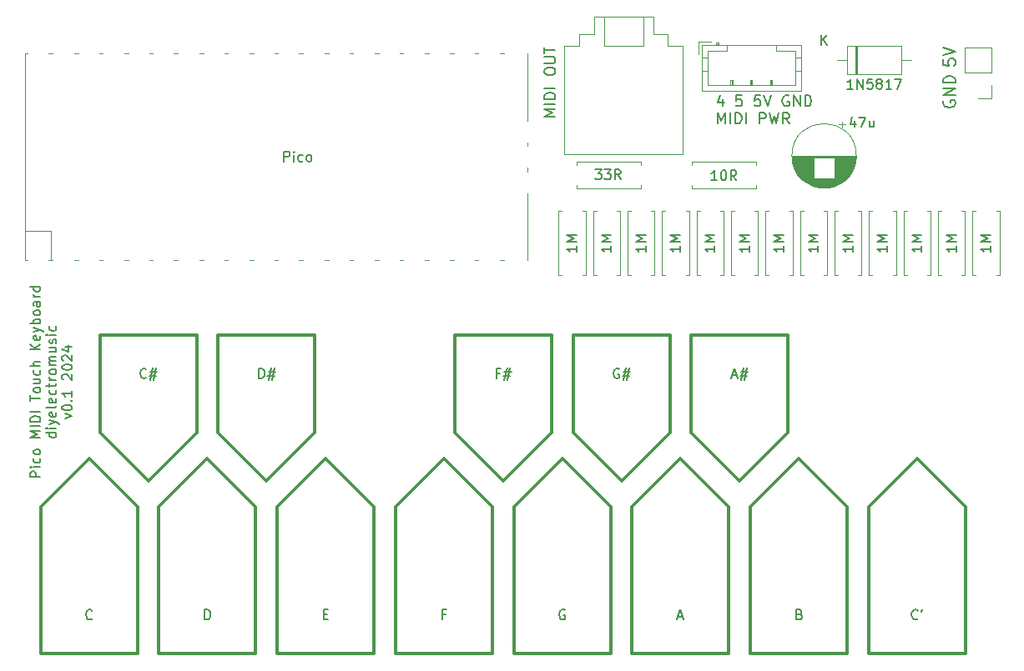
<source format=gbr>
%TF.GenerationSoftware,KiCad,Pcbnew,8.0.3*%
%TF.CreationDate,2024-06-25T21:05:21+01:00*%
%TF.ProjectId,PicoMIDITouchKeyboard,5069636f-4d49-4444-9954-6f7563684b65,rev?*%
%TF.SameCoordinates,Original*%
%TF.FileFunction,Legend,Top*%
%TF.FilePolarity,Positive*%
%FSLAX46Y46*%
G04 Gerber Fmt 4.6, Leading zero omitted, Abs format (unit mm)*
G04 Created by KiCad (PCBNEW 8.0.3) date 2024-06-25 21:05:21*
%MOMM*%
%LPD*%
G01*
G04 APERTURE LIST*
%ADD10C,0.200000*%
%ADD11C,0.150000*%
%ADD12C,0.120000*%
%ADD13C,0.300000*%
G04 APERTURE END LIST*
D10*
X121260911Y-91584709D02*
X121260911Y-92318042D01*
X120999006Y-91165662D02*
X120737101Y-91951376D01*
X120737101Y-91951376D02*
X121418054Y-91951376D01*
X123199006Y-91218042D02*
X122675196Y-91218042D01*
X122675196Y-91218042D02*
X122622815Y-91741852D01*
X122622815Y-91741852D02*
X122675196Y-91689471D01*
X122675196Y-91689471D02*
X122779958Y-91637090D01*
X122779958Y-91637090D02*
X123041863Y-91637090D01*
X123041863Y-91637090D02*
X123146625Y-91689471D01*
X123146625Y-91689471D02*
X123199006Y-91741852D01*
X123199006Y-91741852D02*
X123251387Y-91846614D01*
X123251387Y-91846614D02*
X123251387Y-92108519D01*
X123251387Y-92108519D02*
X123199006Y-92213281D01*
X123199006Y-92213281D02*
X123146625Y-92265662D01*
X123146625Y-92265662D02*
X123041863Y-92318042D01*
X123041863Y-92318042D02*
X122779958Y-92318042D01*
X122779958Y-92318042D02*
X122675196Y-92265662D01*
X122675196Y-92265662D02*
X122622815Y-92213281D01*
X125084720Y-91218042D02*
X124560910Y-91218042D01*
X124560910Y-91218042D02*
X124508529Y-91741852D01*
X124508529Y-91741852D02*
X124560910Y-91689471D01*
X124560910Y-91689471D02*
X124665672Y-91637090D01*
X124665672Y-91637090D02*
X124927577Y-91637090D01*
X124927577Y-91637090D02*
X125032339Y-91689471D01*
X125032339Y-91689471D02*
X125084720Y-91741852D01*
X125084720Y-91741852D02*
X125137101Y-91846614D01*
X125137101Y-91846614D02*
X125137101Y-92108519D01*
X125137101Y-92108519D02*
X125084720Y-92213281D01*
X125084720Y-92213281D02*
X125032339Y-92265662D01*
X125032339Y-92265662D02*
X124927577Y-92318042D01*
X124927577Y-92318042D02*
X124665672Y-92318042D01*
X124665672Y-92318042D02*
X124560910Y-92265662D01*
X124560910Y-92265662D02*
X124508529Y-92213281D01*
X125451386Y-91218042D02*
X125818053Y-92318042D01*
X125818053Y-92318042D02*
X126184720Y-91218042D01*
X127965672Y-91270423D02*
X127860910Y-91218042D01*
X127860910Y-91218042D02*
X127703767Y-91218042D01*
X127703767Y-91218042D02*
X127546624Y-91270423D01*
X127546624Y-91270423D02*
X127441862Y-91375185D01*
X127441862Y-91375185D02*
X127389481Y-91479947D01*
X127389481Y-91479947D02*
X127337100Y-91689471D01*
X127337100Y-91689471D02*
X127337100Y-91846614D01*
X127337100Y-91846614D02*
X127389481Y-92056138D01*
X127389481Y-92056138D02*
X127441862Y-92160900D01*
X127441862Y-92160900D02*
X127546624Y-92265662D01*
X127546624Y-92265662D02*
X127703767Y-92318042D01*
X127703767Y-92318042D02*
X127808529Y-92318042D01*
X127808529Y-92318042D02*
X127965672Y-92265662D01*
X127965672Y-92265662D02*
X128018053Y-92213281D01*
X128018053Y-92213281D02*
X128018053Y-91846614D01*
X128018053Y-91846614D02*
X127808529Y-91846614D01*
X128489481Y-92318042D02*
X128489481Y-91218042D01*
X128489481Y-91218042D02*
X129118053Y-92318042D01*
X129118053Y-92318042D02*
X129118053Y-91218042D01*
X129641862Y-92318042D02*
X129641862Y-91218042D01*
X129641862Y-91218042D02*
X129903767Y-91218042D01*
X129903767Y-91218042D02*
X130060910Y-91270423D01*
X130060910Y-91270423D02*
X130165672Y-91375185D01*
X130165672Y-91375185D02*
X130218053Y-91479947D01*
X130218053Y-91479947D02*
X130270434Y-91689471D01*
X130270434Y-91689471D02*
X130270434Y-91846614D01*
X130270434Y-91846614D02*
X130218053Y-92056138D01*
X130218053Y-92056138D02*
X130165672Y-92160900D01*
X130165672Y-92160900D02*
X130060910Y-92265662D01*
X130060910Y-92265662D02*
X129903767Y-92318042D01*
X129903767Y-92318042D02*
X129641862Y-92318042D01*
X120789482Y-94088980D02*
X120789482Y-92988980D01*
X120789482Y-92988980D02*
X121156149Y-93774695D01*
X121156149Y-93774695D02*
X121522816Y-92988980D01*
X121522816Y-92988980D02*
X121522816Y-94088980D01*
X122046625Y-94088980D02*
X122046625Y-92988980D01*
X122570435Y-94088980D02*
X122570435Y-92988980D01*
X122570435Y-92988980D02*
X122832340Y-92988980D01*
X122832340Y-92988980D02*
X122989483Y-93041361D01*
X122989483Y-93041361D02*
X123094245Y-93146123D01*
X123094245Y-93146123D02*
X123146626Y-93250885D01*
X123146626Y-93250885D02*
X123199007Y-93460409D01*
X123199007Y-93460409D02*
X123199007Y-93617552D01*
X123199007Y-93617552D02*
X123146626Y-93827076D01*
X123146626Y-93827076D02*
X123094245Y-93931838D01*
X123094245Y-93931838D02*
X122989483Y-94036600D01*
X122989483Y-94036600D02*
X122832340Y-94088980D01*
X122832340Y-94088980D02*
X122570435Y-94088980D01*
X123670435Y-94088980D02*
X123670435Y-92988980D01*
X125032340Y-94088980D02*
X125032340Y-92988980D01*
X125032340Y-92988980D02*
X125451388Y-92988980D01*
X125451388Y-92988980D02*
X125556150Y-93041361D01*
X125556150Y-93041361D02*
X125608531Y-93093742D01*
X125608531Y-93093742D02*
X125660912Y-93198504D01*
X125660912Y-93198504D02*
X125660912Y-93355647D01*
X125660912Y-93355647D02*
X125608531Y-93460409D01*
X125608531Y-93460409D02*
X125556150Y-93512790D01*
X125556150Y-93512790D02*
X125451388Y-93565171D01*
X125451388Y-93565171D02*
X125032340Y-93565171D01*
X126027578Y-92988980D02*
X126289483Y-94088980D01*
X126289483Y-94088980D02*
X126499007Y-93303266D01*
X126499007Y-93303266D02*
X126708531Y-94088980D01*
X126708531Y-94088980D02*
X126970436Y-92988980D01*
X128018055Y-94088980D02*
X127651388Y-93565171D01*
X127389483Y-94088980D02*
X127389483Y-92988980D01*
X127389483Y-92988980D02*
X127808531Y-92988980D01*
X127808531Y-92988980D02*
X127913293Y-93041361D01*
X127913293Y-93041361D02*
X127965674Y-93093742D01*
X127965674Y-93093742D02*
X128018055Y-93198504D01*
X128018055Y-93198504D02*
X128018055Y-93355647D01*
X128018055Y-93355647D02*
X127965674Y-93460409D01*
X127965674Y-93460409D02*
X127913293Y-93512790D01*
X127913293Y-93512790D02*
X127808531Y-93565171D01*
X127808531Y-93565171D02*
X127389483Y-93565171D01*
X143676742Y-87551863D02*
X143676742Y-88123291D01*
X143676742Y-88123291D02*
X144248171Y-88180434D01*
X144248171Y-88180434D02*
X144191028Y-88123291D01*
X144191028Y-88123291D02*
X144133885Y-88009006D01*
X144133885Y-88009006D02*
X144133885Y-87723291D01*
X144133885Y-87723291D02*
X144191028Y-87609006D01*
X144191028Y-87609006D02*
X144248171Y-87551863D01*
X144248171Y-87551863D02*
X144362457Y-87494720D01*
X144362457Y-87494720D02*
X144648171Y-87494720D01*
X144648171Y-87494720D02*
X144762457Y-87551863D01*
X144762457Y-87551863D02*
X144819600Y-87609006D01*
X144819600Y-87609006D02*
X144876742Y-87723291D01*
X144876742Y-87723291D02*
X144876742Y-88009006D01*
X144876742Y-88009006D02*
X144819600Y-88123291D01*
X144819600Y-88123291D02*
X144762457Y-88180434D01*
X143676742Y-87151863D02*
X144876742Y-86751863D01*
X144876742Y-86751863D02*
X143676742Y-86351863D01*
X143733885Y-91774435D02*
X143676742Y-91888721D01*
X143676742Y-91888721D02*
X143676742Y-92060149D01*
X143676742Y-92060149D02*
X143733885Y-92231578D01*
X143733885Y-92231578D02*
X143848171Y-92345863D01*
X143848171Y-92345863D02*
X143962457Y-92403006D01*
X143962457Y-92403006D02*
X144191028Y-92460149D01*
X144191028Y-92460149D02*
X144362457Y-92460149D01*
X144362457Y-92460149D02*
X144591028Y-92403006D01*
X144591028Y-92403006D02*
X144705314Y-92345863D01*
X144705314Y-92345863D02*
X144819600Y-92231578D01*
X144819600Y-92231578D02*
X144876742Y-92060149D01*
X144876742Y-92060149D02*
X144876742Y-91945863D01*
X144876742Y-91945863D02*
X144819600Y-91774435D01*
X144819600Y-91774435D02*
X144762457Y-91717292D01*
X144762457Y-91717292D02*
X144362457Y-91717292D01*
X144362457Y-91717292D02*
X144362457Y-91945863D01*
X144876742Y-91203006D02*
X143676742Y-91203006D01*
X143676742Y-91203006D02*
X144876742Y-90517292D01*
X144876742Y-90517292D02*
X143676742Y-90517292D01*
X144876742Y-89945863D02*
X143676742Y-89945863D01*
X143676742Y-89945863D02*
X143676742Y-89660149D01*
X143676742Y-89660149D02*
X143733885Y-89488720D01*
X143733885Y-89488720D02*
X143848171Y-89374435D01*
X143848171Y-89374435D02*
X143962457Y-89317292D01*
X143962457Y-89317292D02*
X144191028Y-89260149D01*
X144191028Y-89260149D02*
X144362457Y-89260149D01*
X144362457Y-89260149D02*
X144591028Y-89317292D01*
X144591028Y-89317292D02*
X144705314Y-89374435D01*
X144705314Y-89374435D02*
X144819600Y-89488720D01*
X144819600Y-89488720D02*
X144876742Y-89660149D01*
X144876742Y-89660149D02*
X144876742Y-89945863D01*
D11*
X52049931Y-129976666D02*
X51049931Y-129976666D01*
X51049931Y-129976666D02*
X51049931Y-129595714D01*
X51049931Y-129595714D02*
X51097550Y-129500476D01*
X51097550Y-129500476D02*
X51145169Y-129452857D01*
X51145169Y-129452857D02*
X51240407Y-129405238D01*
X51240407Y-129405238D02*
X51383264Y-129405238D01*
X51383264Y-129405238D02*
X51478502Y-129452857D01*
X51478502Y-129452857D02*
X51526121Y-129500476D01*
X51526121Y-129500476D02*
X51573740Y-129595714D01*
X51573740Y-129595714D02*
X51573740Y-129976666D01*
X52049931Y-128976666D02*
X51383264Y-128976666D01*
X51049931Y-128976666D02*
X51097550Y-129024285D01*
X51097550Y-129024285D02*
X51145169Y-128976666D01*
X51145169Y-128976666D02*
X51097550Y-128929047D01*
X51097550Y-128929047D02*
X51049931Y-128976666D01*
X51049931Y-128976666D02*
X51145169Y-128976666D01*
X52002312Y-128071905D02*
X52049931Y-128167143D01*
X52049931Y-128167143D02*
X52049931Y-128357619D01*
X52049931Y-128357619D02*
X52002312Y-128452857D01*
X52002312Y-128452857D02*
X51954692Y-128500476D01*
X51954692Y-128500476D02*
X51859454Y-128548095D01*
X51859454Y-128548095D02*
X51573740Y-128548095D01*
X51573740Y-128548095D02*
X51478502Y-128500476D01*
X51478502Y-128500476D02*
X51430883Y-128452857D01*
X51430883Y-128452857D02*
X51383264Y-128357619D01*
X51383264Y-128357619D02*
X51383264Y-128167143D01*
X51383264Y-128167143D02*
X51430883Y-128071905D01*
X52049931Y-127500476D02*
X52002312Y-127595714D01*
X52002312Y-127595714D02*
X51954692Y-127643333D01*
X51954692Y-127643333D02*
X51859454Y-127690952D01*
X51859454Y-127690952D02*
X51573740Y-127690952D01*
X51573740Y-127690952D02*
X51478502Y-127643333D01*
X51478502Y-127643333D02*
X51430883Y-127595714D01*
X51430883Y-127595714D02*
X51383264Y-127500476D01*
X51383264Y-127500476D02*
X51383264Y-127357619D01*
X51383264Y-127357619D02*
X51430883Y-127262381D01*
X51430883Y-127262381D02*
X51478502Y-127214762D01*
X51478502Y-127214762D02*
X51573740Y-127167143D01*
X51573740Y-127167143D02*
X51859454Y-127167143D01*
X51859454Y-127167143D02*
X51954692Y-127214762D01*
X51954692Y-127214762D02*
X52002312Y-127262381D01*
X52002312Y-127262381D02*
X52049931Y-127357619D01*
X52049931Y-127357619D02*
X52049931Y-127500476D01*
X52049931Y-125976666D02*
X51049931Y-125976666D01*
X51049931Y-125976666D02*
X51764216Y-125643333D01*
X51764216Y-125643333D02*
X51049931Y-125310000D01*
X51049931Y-125310000D02*
X52049931Y-125310000D01*
X52049931Y-124833809D02*
X51049931Y-124833809D01*
X52049931Y-124357619D02*
X51049931Y-124357619D01*
X51049931Y-124357619D02*
X51049931Y-124119524D01*
X51049931Y-124119524D02*
X51097550Y-123976667D01*
X51097550Y-123976667D02*
X51192788Y-123881429D01*
X51192788Y-123881429D02*
X51288026Y-123833810D01*
X51288026Y-123833810D02*
X51478502Y-123786191D01*
X51478502Y-123786191D02*
X51621359Y-123786191D01*
X51621359Y-123786191D02*
X51811835Y-123833810D01*
X51811835Y-123833810D02*
X51907073Y-123881429D01*
X51907073Y-123881429D02*
X52002312Y-123976667D01*
X52002312Y-123976667D02*
X52049931Y-124119524D01*
X52049931Y-124119524D02*
X52049931Y-124357619D01*
X52049931Y-123357619D02*
X51049931Y-123357619D01*
X51049931Y-122262381D02*
X51049931Y-121690953D01*
X52049931Y-121976667D02*
X51049931Y-121976667D01*
X52049931Y-121214762D02*
X52002312Y-121310000D01*
X52002312Y-121310000D02*
X51954692Y-121357619D01*
X51954692Y-121357619D02*
X51859454Y-121405238D01*
X51859454Y-121405238D02*
X51573740Y-121405238D01*
X51573740Y-121405238D02*
X51478502Y-121357619D01*
X51478502Y-121357619D02*
X51430883Y-121310000D01*
X51430883Y-121310000D02*
X51383264Y-121214762D01*
X51383264Y-121214762D02*
X51383264Y-121071905D01*
X51383264Y-121071905D02*
X51430883Y-120976667D01*
X51430883Y-120976667D02*
X51478502Y-120929048D01*
X51478502Y-120929048D02*
X51573740Y-120881429D01*
X51573740Y-120881429D02*
X51859454Y-120881429D01*
X51859454Y-120881429D02*
X51954692Y-120929048D01*
X51954692Y-120929048D02*
X52002312Y-120976667D01*
X52002312Y-120976667D02*
X52049931Y-121071905D01*
X52049931Y-121071905D02*
X52049931Y-121214762D01*
X51383264Y-120024286D02*
X52049931Y-120024286D01*
X51383264Y-120452857D02*
X51907073Y-120452857D01*
X51907073Y-120452857D02*
X52002312Y-120405238D01*
X52002312Y-120405238D02*
X52049931Y-120310000D01*
X52049931Y-120310000D02*
X52049931Y-120167143D01*
X52049931Y-120167143D02*
X52002312Y-120071905D01*
X52002312Y-120071905D02*
X51954692Y-120024286D01*
X52002312Y-119119524D02*
X52049931Y-119214762D01*
X52049931Y-119214762D02*
X52049931Y-119405238D01*
X52049931Y-119405238D02*
X52002312Y-119500476D01*
X52002312Y-119500476D02*
X51954692Y-119548095D01*
X51954692Y-119548095D02*
X51859454Y-119595714D01*
X51859454Y-119595714D02*
X51573740Y-119595714D01*
X51573740Y-119595714D02*
X51478502Y-119548095D01*
X51478502Y-119548095D02*
X51430883Y-119500476D01*
X51430883Y-119500476D02*
X51383264Y-119405238D01*
X51383264Y-119405238D02*
X51383264Y-119214762D01*
X51383264Y-119214762D02*
X51430883Y-119119524D01*
X52049931Y-118690952D02*
X51049931Y-118690952D01*
X52049931Y-118262381D02*
X51526121Y-118262381D01*
X51526121Y-118262381D02*
X51430883Y-118310000D01*
X51430883Y-118310000D02*
X51383264Y-118405238D01*
X51383264Y-118405238D02*
X51383264Y-118548095D01*
X51383264Y-118548095D02*
X51430883Y-118643333D01*
X51430883Y-118643333D02*
X51478502Y-118690952D01*
X52049931Y-117024285D02*
X51049931Y-117024285D01*
X52049931Y-116452857D02*
X51478502Y-116881428D01*
X51049931Y-116452857D02*
X51621359Y-117024285D01*
X52002312Y-115643333D02*
X52049931Y-115738571D01*
X52049931Y-115738571D02*
X52049931Y-115929047D01*
X52049931Y-115929047D02*
X52002312Y-116024285D01*
X52002312Y-116024285D02*
X51907073Y-116071904D01*
X51907073Y-116071904D02*
X51526121Y-116071904D01*
X51526121Y-116071904D02*
X51430883Y-116024285D01*
X51430883Y-116024285D02*
X51383264Y-115929047D01*
X51383264Y-115929047D02*
X51383264Y-115738571D01*
X51383264Y-115738571D02*
X51430883Y-115643333D01*
X51430883Y-115643333D02*
X51526121Y-115595714D01*
X51526121Y-115595714D02*
X51621359Y-115595714D01*
X51621359Y-115595714D02*
X51716597Y-116071904D01*
X51383264Y-115262380D02*
X52049931Y-115024285D01*
X51383264Y-114786190D02*
X52049931Y-115024285D01*
X52049931Y-115024285D02*
X52288026Y-115119523D01*
X52288026Y-115119523D02*
X52335645Y-115167142D01*
X52335645Y-115167142D02*
X52383264Y-115262380D01*
X52049931Y-114405237D02*
X51049931Y-114405237D01*
X51430883Y-114405237D02*
X51383264Y-114309999D01*
X51383264Y-114309999D02*
X51383264Y-114119523D01*
X51383264Y-114119523D02*
X51430883Y-114024285D01*
X51430883Y-114024285D02*
X51478502Y-113976666D01*
X51478502Y-113976666D02*
X51573740Y-113929047D01*
X51573740Y-113929047D02*
X51859454Y-113929047D01*
X51859454Y-113929047D02*
X51954692Y-113976666D01*
X51954692Y-113976666D02*
X52002312Y-114024285D01*
X52002312Y-114024285D02*
X52049931Y-114119523D01*
X52049931Y-114119523D02*
X52049931Y-114309999D01*
X52049931Y-114309999D02*
X52002312Y-114405237D01*
X52049931Y-113357618D02*
X52002312Y-113452856D01*
X52002312Y-113452856D02*
X51954692Y-113500475D01*
X51954692Y-113500475D02*
X51859454Y-113548094D01*
X51859454Y-113548094D02*
X51573740Y-113548094D01*
X51573740Y-113548094D02*
X51478502Y-113500475D01*
X51478502Y-113500475D02*
X51430883Y-113452856D01*
X51430883Y-113452856D02*
X51383264Y-113357618D01*
X51383264Y-113357618D02*
X51383264Y-113214761D01*
X51383264Y-113214761D02*
X51430883Y-113119523D01*
X51430883Y-113119523D02*
X51478502Y-113071904D01*
X51478502Y-113071904D02*
X51573740Y-113024285D01*
X51573740Y-113024285D02*
X51859454Y-113024285D01*
X51859454Y-113024285D02*
X51954692Y-113071904D01*
X51954692Y-113071904D02*
X52002312Y-113119523D01*
X52002312Y-113119523D02*
X52049931Y-113214761D01*
X52049931Y-113214761D02*
X52049931Y-113357618D01*
X52049931Y-112167142D02*
X51526121Y-112167142D01*
X51526121Y-112167142D02*
X51430883Y-112214761D01*
X51430883Y-112214761D02*
X51383264Y-112309999D01*
X51383264Y-112309999D02*
X51383264Y-112500475D01*
X51383264Y-112500475D02*
X51430883Y-112595713D01*
X52002312Y-112167142D02*
X52049931Y-112262380D01*
X52049931Y-112262380D02*
X52049931Y-112500475D01*
X52049931Y-112500475D02*
X52002312Y-112595713D01*
X52002312Y-112595713D02*
X51907073Y-112643332D01*
X51907073Y-112643332D02*
X51811835Y-112643332D01*
X51811835Y-112643332D02*
X51716597Y-112595713D01*
X51716597Y-112595713D02*
X51668978Y-112500475D01*
X51668978Y-112500475D02*
X51668978Y-112262380D01*
X51668978Y-112262380D02*
X51621359Y-112167142D01*
X52049931Y-111690951D02*
X51383264Y-111690951D01*
X51573740Y-111690951D02*
X51478502Y-111643332D01*
X51478502Y-111643332D02*
X51430883Y-111595713D01*
X51430883Y-111595713D02*
X51383264Y-111500475D01*
X51383264Y-111500475D02*
X51383264Y-111405237D01*
X52049931Y-110643332D02*
X51049931Y-110643332D01*
X52002312Y-110643332D02*
X52049931Y-110738570D01*
X52049931Y-110738570D02*
X52049931Y-110929046D01*
X52049931Y-110929046D02*
X52002312Y-111024284D01*
X52002312Y-111024284D02*
X51954692Y-111071903D01*
X51954692Y-111071903D02*
X51859454Y-111119522D01*
X51859454Y-111119522D02*
X51573740Y-111119522D01*
X51573740Y-111119522D02*
X51478502Y-111071903D01*
X51478502Y-111071903D02*
X51430883Y-111024284D01*
X51430883Y-111024284D02*
X51383264Y-110929046D01*
X51383264Y-110929046D02*
X51383264Y-110738570D01*
X51383264Y-110738570D02*
X51430883Y-110643332D01*
X53659875Y-125500476D02*
X52659875Y-125500476D01*
X53612256Y-125500476D02*
X53659875Y-125595714D01*
X53659875Y-125595714D02*
X53659875Y-125786190D01*
X53659875Y-125786190D02*
X53612256Y-125881428D01*
X53612256Y-125881428D02*
X53564636Y-125929047D01*
X53564636Y-125929047D02*
X53469398Y-125976666D01*
X53469398Y-125976666D02*
X53183684Y-125976666D01*
X53183684Y-125976666D02*
X53088446Y-125929047D01*
X53088446Y-125929047D02*
X53040827Y-125881428D01*
X53040827Y-125881428D02*
X52993208Y-125786190D01*
X52993208Y-125786190D02*
X52993208Y-125595714D01*
X52993208Y-125595714D02*
X53040827Y-125500476D01*
X53659875Y-125024285D02*
X52993208Y-125024285D01*
X52659875Y-125024285D02*
X52707494Y-125071904D01*
X52707494Y-125071904D02*
X52755113Y-125024285D01*
X52755113Y-125024285D02*
X52707494Y-124976666D01*
X52707494Y-124976666D02*
X52659875Y-125024285D01*
X52659875Y-125024285D02*
X52755113Y-125024285D01*
X52993208Y-124643333D02*
X53659875Y-124405238D01*
X52993208Y-124167143D02*
X53659875Y-124405238D01*
X53659875Y-124405238D02*
X53897970Y-124500476D01*
X53897970Y-124500476D02*
X53945589Y-124548095D01*
X53945589Y-124548095D02*
X53993208Y-124643333D01*
X53612256Y-123405238D02*
X53659875Y-123500476D01*
X53659875Y-123500476D02*
X53659875Y-123690952D01*
X53659875Y-123690952D02*
X53612256Y-123786190D01*
X53612256Y-123786190D02*
X53517017Y-123833809D01*
X53517017Y-123833809D02*
X53136065Y-123833809D01*
X53136065Y-123833809D02*
X53040827Y-123786190D01*
X53040827Y-123786190D02*
X52993208Y-123690952D01*
X52993208Y-123690952D02*
X52993208Y-123500476D01*
X52993208Y-123500476D02*
X53040827Y-123405238D01*
X53040827Y-123405238D02*
X53136065Y-123357619D01*
X53136065Y-123357619D02*
X53231303Y-123357619D01*
X53231303Y-123357619D02*
X53326541Y-123833809D01*
X53659875Y-122786190D02*
X53612256Y-122881428D01*
X53612256Y-122881428D02*
X53517017Y-122929047D01*
X53517017Y-122929047D02*
X52659875Y-122929047D01*
X53612256Y-122024285D02*
X53659875Y-122119523D01*
X53659875Y-122119523D02*
X53659875Y-122309999D01*
X53659875Y-122309999D02*
X53612256Y-122405237D01*
X53612256Y-122405237D02*
X53517017Y-122452856D01*
X53517017Y-122452856D02*
X53136065Y-122452856D01*
X53136065Y-122452856D02*
X53040827Y-122405237D01*
X53040827Y-122405237D02*
X52993208Y-122309999D01*
X52993208Y-122309999D02*
X52993208Y-122119523D01*
X52993208Y-122119523D02*
X53040827Y-122024285D01*
X53040827Y-122024285D02*
X53136065Y-121976666D01*
X53136065Y-121976666D02*
X53231303Y-121976666D01*
X53231303Y-121976666D02*
X53326541Y-122452856D01*
X53612256Y-121119523D02*
X53659875Y-121214761D01*
X53659875Y-121214761D02*
X53659875Y-121405237D01*
X53659875Y-121405237D02*
X53612256Y-121500475D01*
X53612256Y-121500475D02*
X53564636Y-121548094D01*
X53564636Y-121548094D02*
X53469398Y-121595713D01*
X53469398Y-121595713D02*
X53183684Y-121595713D01*
X53183684Y-121595713D02*
X53088446Y-121548094D01*
X53088446Y-121548094D02*
X53040827Y-121500475D01*
X53040827Y-121500475D02*
X52993208Y-121405237D01*
X52993208Y-121405237D02*
X52993208Y-121214761D01*
X52993208Y-121214761D02*
X53040827Y-121119523D01*
X52993208Y-120833808D02*
X52993208Y-120452856D01*
X52659875Y-120690951D02*
X53517017Y-120690951D01*
X53517017Y-120690951D02*
X53612256Y-120643332D01*
X53612256Y-120643332D02*
X53659875Y-120548094D01*
X53659875Y-120548094D02*
X53659875Y-120452856D01*
X53659875Y-120119522D02*
X52993208Y-120119522D01*
X53183684Y-120119522D02*
X53088446Y-120071903D01*
X53088446Y-120071903D02*
X53040827Y-120024284D01*
X53040827Y-120024284D02*
X52993208Y-119929046D01*
X52993208Y-119929046D02*
X52993208Y-119833808D01*
X53659875Y-119357617D02*
X53612256Y-119452855D01*
X53612256Y-119452855D02*
X53564636Y-119500474D01*
X53564636Y-119500474D02*
X53469398Y-119548093D01*
X53469398Y-119548093D02*
X53183684Y-119548093D01*
X53183684Y-119548093D02*
X53088446Y-119500474D01*
X53088446Y-119500474D02*
X53040827Y-119452855D01*
X53040827Y-119452855D02*
X52993208Y-119357617D01*
X52993208Y-119357617D02*
X52993208Y-119214760D01*
X52993208Y-119214760D02*
X53040827Y-119119522D01*
X53040827Y-119119522D02*
X53088446Y-119071903D01*
X53088446Y-119071903D02*
X53183684Y-119024284D01*
X53183684Y-119024284D02*
X53469398Y-119024284D01*
X53469398Y-119024284D02*
X53564636Y-119071903D01*
X53564636Y-119071903D02*
X53612256Y-119119522D01*
X53612256Y-119119522D02*
X53659875Y-119214760D01*
X53659875Y-119214760D02*
X53659875Y-119357617D01*
X53659875Y-118595712D02*
X52993208Y-118595712D01*
X53088446Y-118595712D02*
X53040827Y-118548093D01*
X53040827Y-118548093D02*
X52993208Y-118452855D01*
X52993208Y-118452855D02*
X52993208Y-118309998D01*
X52993208Y-118309998D02*
X53040827Y-118214760D01*
X53040827Y-118214760D02*
X53136065Y-118167141D01*
X53136065Y-118167141D02*
X53659875Y-118167141D01*
X53136065Y-118167141D02*
X53040827Y-118119522D01*
X53040827Y-118119522D02*
X52993208Y-118024284D01*
X52993208Y-118024284D02*
X52993208Y-117881427D01*
X52993208Y-117881427D02*
X53040827Y-117786188D01*
X53040827Y-117786188D02*
X53136065Y-117738569D01*
X53136065Y-117738569D02*
X53659875Y-117738569D01*
X52993208Y-116833808D02*
X53659875Y-116833808D01*
X52993208Y-117262379D02*
X53517017Y-117262379D01*
X53517017Y-117262379D02*
X53612256Y-117214760D01*
X53612256Y-117214760D02*
X53659875Y-117119522D01*
X53659875Y-117119522D02*
X53659875Y-116976665D01*
X53659875Y-116976665D02*
X53612256Y-116881427D01*
X53612256Y-116881427D02*
X53564636Y-116833808D01*
X53612256Y-116405236D02*
X53659875Y-116309998D01*
X53659875Y-116309998D02*
X53659875Y-116119522D01*
X53659875Y-116119522D02*
X53612256Y-116024284D01*
X53612256Y-116024284D02*
X53517017Y-115976665D01*
X53517017Y-115976665D02*
X53469398Y-115976665D01*
X53469398Y-115976665D02*
X53374160Y-116024284D01*
X53374160Y-116024284D02*
X53326541Y-116119522D01*
X53326541Y-116119522D02*
X53326541Y-116262379D01*
X53326541Y-116262379D02*
X53278922Y-116357617D01*
X53278922Y-116357617D02*
X53183684Y-116405236D01*
X53183684Y-116405236D02*
X53136065Y-116405236D01*
X53136065Y-116405236D02*
X53040827Y-116357617D01*
X53040827Y-116357617D02*
X52993208Y-116262379D01*
X52993208Y-116262379D02*
X52993208Y-116119522D01*
X52993208Y-116119522D02*
X53040827Y-116024284D01*
X53659875Y-115548093D02*
X52993208Y-115548093D01*
X52659875Y-115548093D02*
X52707494Y-115595712D01*
X52707494Y-115595712D02*
X52755113Y-115548093D01*
X52755113Y-115548093D02*
X52707494Y-115500474D01*
X52707494Y-115500474D02*
X52659875Y-115548093D01*
X52659875Y-115548093D02*
X52755113Y-115548093D01*
X53612256Y-114643332D02*
X53659875Y-114738570D01*
X53659875Y-114738570D02*
X53659875Y-114929046D01*
X53659875Y-114929046D02*
X53612256Y-115024284D01*
X53612256Y-115024284D02*
X53564636Y-115071903D01*
X53564636Y-115071903D02*
X53469398Y-115119522D01*
X53469398Y-115119522D02*
X53183684Y-115119522D01*
X53183684Y-115119522D02*
X53088446Y-115071903D01*
X53088446Y-115071903D02*
X53040827Y-115024284D01*
X53040827Y-115024284D02*
X52993208Y-114929046D01*
X52993208Y-114929046D02*
X52993208Y-114738570D01*
X52993208Y-114738570D02*
X53040827Y-114643332D01*
X54603152Y-124024285D02*
X55269819Y-123786190D01*
X55269819Y-123786190D02*
X54603152Y-123548095D01*
X54269819Y-122976666D02*
X54269819Y-122881428D01*
X54269819Y-122881428D02*
X54317438Y-122786190D01*
X54317438Y-122786190D02*
X54365057Y-122738571D01*
X54365057Y-122738571D02*
X54460295Y-122690952D01*
X54460295Y-122690952D02*
X54650771Y-122643333D01*
X54650771Y-122643333D02*
X54888866Y-122643333D01*
X54888866Y-122643333D02*
X55079342Y-122690952D01*
X55079342Y-122690952D02*
X55174580Y-122738571D01*
X55174580Y-122738571D02*
X55222200Y-122786190D01*
X55222200Y-122786190D02*
X55269819Y-122881428D01*
X55269819Y-122881428D02*
X55269819Y-122976666D01*
X55269819Y-122976666D02*
X55222200Y-123071904D01*
X55222200Y-123071904D02*
X55174580Y-123119523D01*
X55174580Y-123119523D02*
X55079342Y-123167142D01*
X55079342Y-123167142D02*
X54888866Y-123214761D01*
X54888866Y-123214761D02*
X54650771Y-123214761D01*
X54650771Y-123214761D02*
X54460295Y-123167142D01*
X54460295Y-123167142D02*
X54365057Y-123119523D01*
X54365057Y-123119523D02*
X54317438Y-123071904D01*
X54317438Y-123071904D02*
X54269819Y-122976666D01*
X55174580Y-122214761D02*
X55222200Y-122167142D01*
X55222200Y-122167142D02*
X55269819Y-122214761D01*
X55269819Y-122214761D02*
X55222200Y-122262380D01*
X55222200Y-122262380D02*
X55174580Y-122214761D01*
X55174580Y-122214761D02*
X55269819Y-122214761D01*
X55269819Y-121214762D02*
X55269819Y-121786190D01*
X55269819Y-121500476D02*
X54269819Y-121500476D01*
X54269819Y-121500476D02*
X54412676Y-121595714D01*
X54412676Y-121595714D02*
X54507914Y-121690952D01*
X54507914Y-121690952D02*
X54555533Y-121786190D01*
X54365057Y-120071904D02*
X54317438Y-120024285D01*
X54317438Y-120024285D02*
X54269819Y-119929047D01*
X54269819Y-119929047D02*
X54269819Y-119690952D01*
X54269819Y-119690952D02*
X54317438Y-119595714D01*
X54317438Y-119595714D02*
X54365057Y-119548095D01*
X54365057Y-119548095D02*
X54460295Y-119500476D01*
X54460295Y-119500476D02*
X54555533Y-119500476D01*
X54555533Y-119500476D02*
X54698390Y-119548095D01*
X54698390Y-119548095D02*
X55269819Y-120119523D01*
X55269819Y-120119523D02*
X55269819Y-119500476D01*
X54269819Y-118881428D02*
X54269819Y-118786190D01*
X54269819Y-118786190D02*
X54317438Y-118690952D01*
X54317438Y-118690952D02*
X54365057Y-118643333D01*
X54365057Y-118643333D02*
X54460295Y-118595714D01*
X54460295Y-118595714D02*
X54650771Y-118548095D01*
X54650771Y-118548095D02*
X54888866Y-118548095D01*
X54888866Y-118548095D02*
X55079342Y-118595714D01*
X55079342Y-118595714D02*
X55174580Y-118643333D01*
X55174580Y-118643333D02*
X55222200Y-118690952D01*
X55222200Y-118690952D02*
X55269819Y-118786190D01*
X55269819Y-118786190D02*
X55269819Y-118881428D01*
X55269819Y-118881428D02*
X55222200Y-118976666D01*
X55222200Y-118976666D02*
X55174580Y-119024285D01*
X55174580Y-119024285D02*
X55079342Y-119071904D01*
X55079342Y-119071904D02*
X54888866Y-119119523D01*
X54888866Y-119119523D02*
X54650771Y-119119523D01*
X54650771Y-119119523D02*
X54460295Y-119071904D01*
X54460295Y-119071904D02*
X54365057Y-119024285D01*
X54365057Y-119024285D02*
X54317438Y-118976666D01*
X54317438Y-118976666D02*
X54269819Y-118881428D01*
X54365057Y-118167142D02*
X54317438Y-118119523D01*
X54317438Y-118119523D02*
X54269819Y-118024285D01*
X54269819Y-118024285D02*
X54269819Y-117786190D01*
X54269819Y-117786190D02*
X54317438Y-117690952D01*
X54317438Y-117690952D02*
X54365057Y-117643333D01*
X54365057Y-117643333D02*
X54460295Y-117595714D01*
X54460295Y-117595714D02*
X54555533Y-117595714D01*
X54555533Y-117595714D02*
X54698390Y-117643333D01*
X54698390Y-117643333D02*
X55269819Y-118214761D01*
X55269819Y-118214761D02*
X55269819Y-117595714D01*
X54603152Y-116738571D02*
X55269819Y-116738571D01*
X54222200Y-116976666D02*
X54936485Y-117214761D01*
X54936485Y-117214761D02*
X54936485Y-116595714D01*
X120474819Y-106535714D02*
X120474819Y-107107142D01*
X120474819Y-106821428D02*
X119474819Y-106821428D01*
X119474819Y-106821428D02*
X119617676Y-106916666D01*
X119617676Y-106916666D02*
X119712914Y-107011904D01*
X119712914Y-107011904D02*
X119760533Y-107107142D01*
X120474819Y-106107142D02*
X119474819Y-106107142D01*
X119474819Y-106107142D02*
X120189104Y-105773809D01*
X120189104Y-105773809D02*
X119474819Y-105440476D01*
X119474819Y-105440476D02*
X120474819Y-105440476D01*
X122261905Y-119669104D02*
X122738095Y-119669104D01*
X122166667Y-119954819D02*
X122500000Y-118954819D01*
X122500000Y-118954819D02*
X122833333Y-119954819D01*
X123119048Y-119288152D02*
X123833333Y-119288152D01*
X123404762Y-118859580D02*
X123119048Y-120145295D01*
X123738095Y-119716723D02*
X123023810Y-119716723D01*
X123452381Y-120145295D02*
X123738095Y-118859580D01*
X127474819Y-106535714D02*
X127474819Y-107107142D01*
X127474819Y-106821428D02*
X126474819Y-106821428D01*
X126474819Y-106821428D02*
X126617676Y-106916666D01*
X126617676Y-106916666D02*
X126712914Y-107011904D01*
X126712914Y-107011904D02*
X126760533Y-107107142D01*
X127474819Y-106107142D02*
X126474819Y-106107142D01*
X126474819Y-106107142D02*
X127189104Y-105773809D01*
X127189104Y-105773809D02*
X126474819Y-105440476D01*
X126474819Y-105440476D02*
X127474819Y-105440476D01*
X137974819Y-106535714D02*
X137974819Y-107107142D01*
X137974819Y-106821428D02*
X136974819Y-106821428D01*
X136974819Y-106821428D02*
X137117676Y-106916666D01*
X137117676Y-106916666D02*
X137212914Y-107011904D01*
X137212914Y-107011904D02*
X137260533Y-107107142D01*
X137974819Y-106107142D02*
X136974819Y-106107142D01*
X136974819Y-106107142D02*
X137689104Y-105773809D01*
X137689104Y-105773809D02*
X136974819Y-105440476D01*
X136974819Y-105440476D02*
X137974819Y-105440476D01*
X141474819Y-106535714D02*
X141474819Y-107107142D01*
X141474819Y-106821428D02*
X140474819Y-106821428D01*
X140474819Y-106821428D02*
X140617676Y-106916666D01*
X140617676Y-106916666D02*
X140712914Y-107011904D01*
X140712914Y-107011904D02*
X140760533Y-107107142D01*
X141474819Y-106107142D02*
X140474819Y-106107142D01*
X140474819Y-106107142D02*
X141189104Y-105773809D01*
X141189104Y-105773809D02*
X140474819Y-105440476D01*
X140474819Y-105440476D02*
X141474819Y-105440476D01*
X109974819Y-106535714D02*
X109974819Y-107107142D01*
X109974819Y-106821428D02*
X108974819Y-106821428D01*
X108974819Y-106821428D02*
X109117676Y-106916666D01*
X109117676Y-106916666D02*
X109212914Y-107011904D01*
X109212914Y-107011904D02*
X109260533Y-107107142D01*
X109974819Y-106107142D02*
X108974819Y-106107142D01*
X108974819Y-106107142D02*
X109689104Y-105773809D01*
X109689104Y-105773809D02*
X108974819Y-105440476D01*
X108974819Y-105440476D02*
X109974819Y-105440476D01*
X106474819Y-106535714D02*
X106474819Y-107107142D01*
X106474819Y-106821428D02*
X105474819Y-106821428D01*
X105474819Y-106821428D02*
X105617676Y-106916666D01*
X105617676Y-106916666D02*
X105712914Y-107011904D01*
X105712914Y-107011904D02*
X105760533Y-107107142D01*
X106474819Y-106107142D02*
X105474819Y-106107142D01*
X105474819Y-106107142D02*
X106189104Y-105773809D01*
X106189104Y-105773809D02*
X105474819Y-105440476D01*
X105474819Y-105440476D02*
X106474819Y-105440476D01*
X141071428Y-144359580D02*
X141023809Y-144407200D01*
X141023809Y-144407200D02*
X140880952Y-144454819D01*
X140880952Y-144454819D02*
X140785714Y-144454819D01*
X140785714Y-144454819D02*
X140642857Y-144407200D01*
X140642857Y-144407200D02*
X140547619Y-144311961D01*
X140547619Y-144311961D02*
X140500000Y-144216723D01*
X140500000Y-144216723D02*
X140452381Y-144026247D01*
X140452381Y-144026247D02*
X140452381Y-143883390D01*
X140452381Y-143883390D02*
X140500000Y-143692914D01*
X140500000Y-143692914D02*
X140547619Y-143597676D01*
X140547619Y-143597676D02*
X140642857Y-143502438D01*
X140642857Y-143502438D02*
X140785714Y-143454819D01*
X140785714Y-143454819D02*
X140880952Y-143454819D01*
X140880952Y-143454819D02*
X141023809Y-143502438D01*
X141023809Y-143502438D02*
X141071428Y-143550057D01*
X141547619Y-143454819D02*
X141452381Y-143645295D01*
X105261904Y-143502438D02*
X105166666Y-143454819D01*
X105166666Y-143454819D02*
X105023809Y-143454819D01*
X105023809Y-143454819D02*
X104880952Y-143502438D01*
X104880952Y-143502438D02*
X104785714Y-143597676D01*
X104785714Y-143597676D02*
X104738095Y-143692914D01*
X104738095Y-143692914D02*
X104690476Y-143883390D01*
X104690476Y-143883390D02*
X104690476Y-144026247D01*
X104690476Y-144026247D02*
X104738095Y-144216723D01*
X104738095Y-144216723D02*
X104785714Y-144311961D01*
X104785714Y-144311961D02*
X104880952Y-144407200D01*
X104880952Y-144407200D02*
X105023809Y-144454819D01*
X105023809Y-144454819D02*
X105119047Y-144454819D01*
X105119047Y-144454819D02*
X105261904Y-144407200D01*
X105261904Y-144407200D02*
X105309523Y-144359580D01*
X105309523Y-144359580D02*
X105309523Y-144026247D01*
X105309523Y-144026247D02*
X105119047Y-144026247D01*
X148474819Y-106535714D02*
X148474819Y-107107142D01*
X148474819Y-106821428D02*
X147474819Y-106821428D01*
X147474819Y-106821428D02*
X147617676Y-106916666D01*
X147617676Y-106916666D02*
X147712914Y-107011904D01*
X147712914Y-107011904D02*
X147760533Y-107107142D01*
X148474819Y-106107142D02*
X147474819Y-106107142D01*
X147474819Y-106107142D02*
X148189104Y-105773809D01*
X148189104Y-105773809D02*
X147474819Y-105440476D01*
X147474819Y-105440476D02*
X148474819Y-105440476D01*
X110761904Y-119002438D02*
X110666666Y-118954819D01*
X110666666Y-118954819D02*
X110523809Y-118954819D01*
X110523809Y-118954819D02*
X110380952Y-119002438D01*
X110380952Y-119002438D02*
X110285714Y-119097676D01*
X110285714Y-119097676D02*
X110238095Y-119192914D01*
X110238095Y-119192914D02*
X110190476Y-119383390D01*
X110190476Y-119383390D02*
X110190476Y-119526247D01*
X110190476Y-119526247D02*
X110238095Y-119716723D01*
X110238095Y-119716723D02*
X110285714Y-119811961D01*
X110285714Y-119811961D02*
X110380952Y-119907200D01*
X110380952Y-119907200D02*
X110523809Y-119954819D01*
X110523809Y-119954819D02*
X110619047Y-119954819D01*
X110619047Y-119954819D02*
X110761904Y-119907200D01*
X110761904Y-119907200D02*
X110809523Y-119859580D01*
X110809523Y-119859580D02*
X110809523Y-119526247D01*
X110809523Y-119526247D02*
X110619047Y-119526247D01*
X111190476Y-119288152D02*
X111904761Y-119288152D01*
X111476190Y-118859580D02*
X111190476Y-120145295D01*
X111809523Y-119716723D02*
X111095238Y-119716723D01*
X111523809Y-120145295D02*
X111809523Y-118859580D01*
X134675714Y-93768152D02*
X134675714Y-94434819D01*
X134437619Y-93387200D02*
X134199524Y-94101485D01*
X134199524Y-94101485D02*
X134818571Y-94101485D01*
X135104286Y-93434819D02*
X135770952Y-93434819D01*
X135770952Y-93434819D02*
X135342381Y-94434819D01*
X136580476Y-93768152D02*
X136580476Y-94434819D01*
X136151905Y-93768152D02*
X136151905Y-94291961D01*
X136151905Y-94291961D02*
X136199524Y-94387200D01*
X136199524Y-94387200D02*
X136294762Y-94434819D01*
X136294762Y-94434819D02*
X136437619Y-94434819D01*
X136437619Y-94434819D02*
X136532857Y-94387200D01*
X136532857Y-94387200D02*
X136580476Y-94339580D01*
D10*
X104308480Y-93346952D02*
X103208480Y-93346952D01*
X103208480Y-93346952D02*
X103994195Y-92980285D01*
X103994195Y-92980285D02*
X103208480Y-92613618D01*
X103208480Y-92613618D02*
X104308480Y-92613618D01*
X104308480Y-92089809D02*
X103208480Y-92089809D01*
X104308480Y-91565999D02*
X103208480Y-91565999D01*
X103208480Y-91565999D02*
X103208480Y-91304094D01*
X103208480Y-91304094D02*
X103260861Y-91146951D01*
X103260861Y-91146951D02*
X103365623Y-91042189D01*
X103365623Y-91042189D02*
X103470385Y-90989808D01*
X103470385Y-90989808D02*
X103679909Y-90937427D01*
X103679909Y-90937427D02*
X103837052Y-90937427D01*
X103837052Y-90937427D02*
X104046576Y-90989808D01*
X104046576Y-90989808D02*
X104151338Y-91042189D01*
X104151338Y-91042189D02*
X104256100Y-91146951D01*
X104256100Y-91146951D02*
X104308480Y-91304094D01*
X104308480Y-91304094D02*
X104308480Y-91565999D01*
X104308480Y-90465999D02*
X103208480Y-90465999D01*
X103208480Y-88894570D02*
X103208480Y-88685046D01*
X103208480Y-88685046D02*
X103260861Y-88580284D01*
X103260861Y-88580284D02*
X103365623Y-88475522D01*
X103365623Y-88475522D02*
X103575147Y-88423141D01*
X103575147Y-88423141D02*
X103941814Y-88423141D01*
X103941814Y-88423141D02*
X104151338Y-88475522D01*
X104151338Y-88475522D02*
X104256100Y-88580284D01*
X104256100Y-88580284D02*
X104308480Y-88685046D01*
X104308480Y-88685046D02*
X104308480Y-88894570D01*
X104308480Y-88894570D02*
X104256100Y-88999332D01*
X104256100Y-88999332D02*
X104151338Y-89104094D01*
X104151338Y-89104094D02*
X103941814Y-89156475D01*
X103941814Y-89156475D02*
X103575147Y-89156475D01*
X103575147Y-89156475D02*
X103365623Y-89104094D01*
X103365623Y-89104094D02*
X103260861Y-88999332D01*
X103260861Y-88999332D02*
X103208480Y-88894570D01*
X103208480Y-87951713D02*
X104098957Y-87951713D01*
X104098957Y-87951713D02*
X104203719Y-87899332D01*
X104203719Y-87899332D02*
X104256100Y-87846951D01*
X104256100Y-87846951D02*
X104308480Y-87742189D01*
X104308480Y-87742189D02*
X104308480Y-87532665D01*
X104308480Y-87532665D02*
X104256100Y-87427903D01*
X104256100Y-87427903D02*
X104203719Y-87375522D01*
X104203719Y-87375522D02*
X104098957Y-87323141D01*
X104098957Y-87323141D02*
X103208480Y-87323141D01*
X103208480Y-86956475D02*
X103208480Y-86327903D01*
X104308480Y-86642189D02*
X103208480Y-86642189D01*
D11*
X62809523Y-119859580D02*
X62761904Y-119907200D01*
X62761904Y-119907200D02*
X62619047Y-119954819D01*
X62619047Y-119954819D02*
X62523809Y-119954819D01*
X62523809Y-119954819D02*
X62380952Y-119907200D01*
X62380952Y-119907200D02*
X62285714Y-119811961D01*
X62285714Y-119811961D02*
X62238095Y-119716723D01*
X62238095Y-119716723D02*
X62190476Y-119526247D01*
X62190476Y-119526247D02*
X62190476Y-119383390D01*
X62190476Y-119383390D02*
X62238095Y-119192914D01*
X62238095Y-119192914D02*
X62285714Y-119097676D01*
X62285714Y-119097676D02*
X62380952Y-119002438D01*
X62380952Y-119002438D02*
X62523809Y-118954819D01*
X62523809Y-118954819D02*
X62619047Y-118954819D01*
X62619047Y-118954819D02*
X62761904Y-119002438D01*
X62761904Y-119002438D02*
X62809523Y-119050057D01*
X63190476Y-119288152D02*
X63904761Y-119288152D01*
X63476190Y-118859580D02*
X63190476Y-120145295D01*
X63809523Y-119716723D02*
X63095238Y-119716723D01*
X63523809Y-120145295D02*
X63809523Y-118859580D01*
X57309523Y-144359580D02*
X57261904Y-144407200D01*
X57261904Y-144407200D02*
X57119047Y-144454819D01*
X57119047Y-144454819D02*
X57023809Y-144454819D01*
X57023809Y-144454819D02*
X56880952Y-144407200D01*
X56880952Y-144407200D02*
X56785714Y-144311961D01*
X56785714Y-144311961D02*
X56738095Y-144216723D01*
X56738095Y-144216723D02*
X56690476Y-144026247D01*
X56690476Y-144026247D02*
X56690476Y-143883390D01*
X56690476Y-143883390D02*
X56738095Y-143692914D01*
X56738095Y-143692914D02*
X56785714Y-143597676D01*
X56785714Y-143597676D02*
X56880952Y-143502438D01*
X56880952Y-143502438D02*
X57023809Y-143454819D01*
X57023809Y-143454819D02*
X57119047Y-143454819D01*
X57119047Y-143454819D02*
X57261904Y-143502438D01*
X57261904Y-143502438D02*
X57309523Y-143550057D01*
X116761905Y-144169104D02*
X117238095Y-144169104D01*
X116666667Y-144454819D02*
X117000000Y-143454819D01*
X117000000Y-143454819D02*
X117333333Y-144454819D01*
X93142857Y-143931009D02*
X92809524Y-143931009D01*
X92809524Y-144454819D02*
X92809524Y-143454819D01*
X92809524Y-143454819D02*
X93285714Y-143454819D01*
X123974819Y-106535714D02*
X123974819Y-107107142D01*
X123974819Y-106821428D02*
X122974819Y-106821428D01*
X122974819Y-106821428D02*
X123117676Y-106916666D01*
X123117676Y-106916666D02*
X123212914Y-107011904D01*
X123212914Y-107011904D02*
X123260533Y-107107142D01*
X123974819Y-106107142D02*
X122974819Y-106107142D01*
X122974819Y-106107142D02*
X123689104Y-105773809D01*
X123689104Y-105773809D02*
X122974819Y-105440476D01*
X122974819Y-105440476D02*
X123974819Y-105440476D01*
X129071428Y-143931009D02*
X129214285Y-143978628D01*
X129214285Y-143978628D02*
X129261904Y-144026247D01*
X129261904Y-144026247D02*
X129309523Y-144121485D01*
X129309523Y-144121485D02*
X129309523Y-144264342D01*
X129309523Y-144264342D02*
X129261904Y-144359580D01*
X129261904Y-144359580D02*
X129214285Y-144407200D01*
X129214285Y-144407200D02*
X129119047Y-144454819D01*
X129119047Y-144454819D02*
X128738095Y-144454819D01*
X128738095Y-144454819D02*
X128738095Y-143454819D01*
X128738095Y-143454819D02*
X129071428Y-143454819D01*
X129071428Y-143454819D02*
X129166666Y-143502438D01*
X129166666Y-143502438D02*
X129214285Y-143550057D01*
X129214285Y-143550057D02*
X129261904Y-143645295D01*
X129261904Y-143645295D02*
X129261904Y-143740533D01*
X129261904Y-143740533D02*
X129214285Y-143835771D01*
X129214285Y-143835771D02*
X129166666Y-143883390D01*
X129166666Y-143883390D02*
X129071428Y-143931009D01*
X129071428Y-143931009D02*
X128738095Y-143931009D01*
X74238095Y-119954819D02*
X74238095Y-118954819D01*
X74238095Y-118954819D02*
X74476190Y-118954819D01*
X74476190Y-118954819D02*
X74619047Y-119002438D01*
X74619047Y-119002438D02*
X74714285Y-119097676D01*
X74714285Y-119097676D02*
X74761904Y-119192914D01*
X74761904Y-119192914D02*
X74809523Y-119383390D01*
X74809523Y-119383390D02*
X74809523Y-119526247D01*
X74809523Y-119526247D02*
X74761904Y-119716723D01*
X74761904Y-119716723D02*
X74714285Y-119811961D01*
X74714285Y-119811961D02*
X74619047Y-119907200D01*
X74619047Y-119907200D02*
X74476190Y-119954819D01*
X74476190Y-119954819D02*
X74238095Y-119954819D01*
X75190476Y-119288152D02*
X75904761Y-119288152D01*
X75476190Y-118859580D02*
X75190476Y-120145295D01*
X75809523Y-119716723D02*
X75095238Y-119716723D01*
X75523809Y-120145295D02*
X75809523Y-118859580D01*
X130974819Y-106535714D02*
X130974819Y-107107142D01*
X130974819Y-106821428D02*
X129974819Y-106821428D01*
X129974819Y-106821428D02*
X130117676Y-106916666D01*
X130117676Y-106916666D02*
X130212914Y-107011904D01*
X130212914Y-107011904D02*
X130260533Y-107107142D01*
X130974819Y-106107142D02*
X129974819Y-106107142D01*
X129974819Y-106107142D02*
X130689104Y-105773809D01*
X130689104Y-105773809D02*
X129974819Y-105440476D01*
X129974819Y-105440476D02*
X130974819Y-105440476D01*
X80785714Y-143931009D02*
X81119047Y-143931009D01*
X81261904Y-144454819D02*
X80785714Y-144454819D01*
X80785714Y-144454819D02*
X80785714Y-143454819D01*
X80785714Y-143454819D02*
X81261904Y-143454819D01*
X120711523Y-99828819D02*
X120140095Y-99828819D01*
X120425809Y-99828819D02*
X120425809Y-98828819D01*
X120425809Y-98828819D02*
X120330571Y-98971676D01*
X120330571Y-98971676D02*
X120235333Y-99066914D01*
X120235333Y-99066914D02*
X120140095Y-99114533D01*
X121330571Y-98828819D02*
X121425809Y-98828819D01*
X121425809Y-98828819D02*
X121521047Y-98876438D01*
X121521047Y-98876438D02*
X121568666Y-98924057D01*
X121568666Y-98924057D02*
X121616285Y-99019295D01*
X121616285Y-99019295D02*
X121663904Y-99209771D01*
X121663904Y-99209771D02*
X121663904Y-99447866D01*
X121663904Y-99447866D02*
X121616285Y-99638342D01*
X121616285Y-99638342D02*
X121568666Y-99733580D01*
X121568666Y-99733580D02*
X121521047Y-99781200D01*
X121521047Y-99781200D02*
X121425809Y-99828819D01*
X121425809Y-99828819D02*
X121330571Y-99828819D01*
X121330571Y-99828819D02*
X121235333Y-99781200D01*
X121235333Y-99781200D02*
X121187714Y-99733580D01*
X121187714Y-99733580D02*
X121140095Y-99638342D01*
X121140095Y-99638342D02*
X121092476Y-99447866D01*
X121092476Y-99447866D02*
X121092476Y-99209771D01*
X121092476Y-99209771D02*
X121140095Y-99019295D01*
X121140095Y-99019295D02*
X121187714Y-98924057D01*
X121187714Y-98924057D02*
X121235333Y-98876438D01*
X121235333Y-98876438D02*
X121330571Y-98828819D01*
X122663904Y-99828819D02*
X122330571Y-99352628D01*
X122092476Y-99828819D02*
X122092476Y-98828819D01*
X122092476Y-98828819D02*
X122473428Y-98828819D01*
X122473428Y-98828819D02*
X122568666Y-98876438D01*
X122568666Y-98876438D02*
X122616285Y-98924057D01*
X122616285Y-98924057D02*
X122663904Y-99019295D01*
X122663904Y-99019295D02*
X122663904Y-99162152D01*
X122663904Y-99162152D02*
X122616285Y-99257390D01*
X122616285Y-99257390D02*
X122568666Y-99305009D01*
X122568666Y-99305009D02*
X122473428Y-99352628D01*
X122473428Y-99352628D02*
X122092476Y-99352628D01*
X144974819Y-106535714D02*
X144974819Y-107107142D01*
X144974819Y-106821428D02*
X143974819Y-106821428D01*
X143974819Y-106821428D02*
X144117676Y-106916666D01*
X144117676Y-106916666D02*
X144212914Y-107011904D01*
X144212914Y-107011904D02*
X144260533Y-107107142D01*
X144974819Y-106107142D02*
X143974819Y-106107142D01*
X143974819Y-106107142D02*
X144689104Y-105773809D01*
X144689104Y-105773809D02*
X143974819Y-105440476D01*
X143974819Y-105440476D02*
X144974819Y-105440476D01*
X108348476Y-98738819D02*
X108967523Y-98738819D01*
X108967523Y-98738819D02*
X108634190Y-99119771D01*
X108634190Y-99119771D02*
X108777047Y-99119771D01*
X108777047Y-99119771D02*
X108872285Y-99167390D01*
X108872285Y-99167390D02*
X108919904Y-99215009D01*
X108919904Y-99215009D02*
X108967523Y-99310247D01*
X108967523Y-99310247D02*
X108967523Y-99548342D01*
X108967523Y-99548342D02*
X108919904Y-99643580D01*
X108919904Y-99643580D02*
X108872285Y-99691200D01*
X108872285Y-99691200D02*
X108777047Y-99738819D01*
X108777047Y-99738819D02*
X108491333Y-99738819D01*
X108491333Y-99738819D02*
X108396095Y-99691200D01*
X108396095Y-99691200D02*
X108348476Y-99643580D01*
X109300857Y-98738819D02*
X109919904Y-98738819D01*
X109919904Y-98738819D02*
X109586571Y-99119771D01*
X109586571Y-99119771D02*
X109729428Y-99119771D01*
X109729428Y-99119771D02*
X109824666Y-99167390D01*
X109824666Y-99167390D02*
X109872285Y-99215009D01*
X109872285Y-99215009D02*
X109919904Y-99310247D01*
X109919904Y-99310247D02*
X109919904Y-99548342D01*
X109919904Y-99548342D02*
X109872285Y-99643580D01*
X109872285Y-99643580D02*
X109824666Y-99691200D01*
X109824666Y-99691200D02*
X109729428Y-99738819D01*
X109729428Y-99738819D02*
X109443714Y-99738819D01*
X109443714Y-99738819D02*
X109348476Y-99691200D01*
X109348476Y-99691200D02*
X109300857Y-99643580D01*
X110919904Y-99738819D02*
X110586571Y-99262628D01*
X110348476Y-99738819D02*
X110348476Y-98738819D01*
X110348476Y-98738819D02*
X110729428Y-98738819D01*
X110729428Y-98738819D02*
X110824666Y-98786438D01*
X110824666Y-98786438D02*
X110872285Y-98834057D01*
X110872285Y-98834057D02*
X110919904Y-98929295D01*
X110919904Y-98929295D02*
X110919904Y-99072152D01*
X110919904Y-99072152D02*
X110872285Y-99167390D01*
X110872285Y-99167390D02*
X110824666Y-99215009D01*
X110824666Y-99215009D02*
X110729428Y-99262628D01*
X110729428Y-99262628D02*
X110348476Y-99262628D01*
X76778048Y-97924819D02*
X76778048Y-96924819D01*
X76778048Y-96924819D02*
X77159000Y-96924819D01*
X77159000Y-96924819D02*
X77254238Y-96972438D01*
X77254238Y-96972438D02*
X77301857Y-97020057D01*
X77301857Y-97020057D02*
X77349476Y-97115295D01*
X77349476Y-97115295D02*
X77349476Y-97258152D01*
X77349476Y-97258152D02*
X77301857Y-97353390D01*
X77301857Y-97353390D02*
X77254238Y-97401009D01*
X77254238Y-97401009D02*
X77159000Y-97448628D01*
X77159000Y-97448628D02*
X76778048Y-97448628D01*
X77778048Y-97924819D02*
X77778048Y-97258152D01*
X77778048Y-96924819D02*
X77730429Y-96972438D01*
X77730429Y-96972438D02*
X77778048Y-97020057D01*
X77778048Y-97020057D02*
X77825667Y-96972438D01*
X77825667Y-96972438D02*
X77778048Y-96924819D01*
X77778048Y-96924819D02*
X77778048Y-97020057D01*
X78682809Y-97877200D02*
X78587571Y-97924819D01*
X78587571Y-97924819D02*
X78397095Y-97924819D01*
X78397095Y-97924819D02*
X78301857Y-97877200D01*
X78301857Y-97877200D02*
X78254238Y-97829580D01*
X78254238Y-97829580D02*
X78206619Y-97734342D01*
X78206619Y-97734342D02*
X78206619Y-97448628D01*
X78206619Y-97448628D02*
X78254238Y-97353390D01*
X78254238Y-97353390D02*
X78301857Y-97305771D01*
X78301857Y-97305771D02*
X78397095Y-97258152D01*
X78397095Y-97258152D02*
X78587571Y-97258152D01*
X78587571Y-97258152D02*
X78682809Y-97305771D01*
X79254238Y-97924819D02*
X79159000Y-97877200D01*
X79159000Y-97877200D02*
X79111381Y-97829580D01*
X79111381Y-97829580D02*
X79063762Y-97734342D01*
X79063762Y-97734342D02*
X79063762Y-97448628D01*
X79063762Y-97448628D02*
X79111381Y-97353390D01*
X79111381Y-97353390D02*
X79159000Y-97305771D01*
X79159000Y-97305771D02*
X79254238Y-97258152D01*
X79254238Y-97258152D02*
X79397095Y-97258152D01*
X79397095Y-97258152D02*
X79492333Y-97305771D01*
X79492333Y-97305771D02*
X79539952Y-97353390D01*
X79539952Y-97353390D02*
X79587571Y-97448628D01*
X79587571Y-97448628D02*
X79587571Y-97734342D01*
X79587571Y-97734342D02*
X79539952Y-97829580D01*
X79539952Y-97829580D02*
X79492333Y-97877200D01*
X79492333Y-97877200D02*
X79397095Y-97924819D01*
X79397095Y-97924819D02*
X79254238Y-97924819D01*
X68738095Y-144454819D02*
X68738095Y-143454819D01*
X68738095Y-143454819D02*
X68976190Y-143454819D01*
X68976190Y-143454819D02*
X69119047Y-143502438D01*
X69119047Y-143502438D02*
X69214285Y-143597676D01*
X69214285Y-143597676D02*
X69261904Y-143692914D01*
X69261904Y-143692914D02*
X69309523Y-143883390D01*
X69309523Y-143883390D02*
X69309523Y-144026247D01*
X69309523Y-144026247D02*
X69261904Y-144216723D01*
X69261904Y-144216723D02*
X69214285Y-144311961D01*
X69214285Y-144311961D02*
X69119047Y-144407200D01*
X69119047Y-144407200D02*
X68976190Y-144454819D01*
X68976190Y-144454819D02*
X68738095Y-144454819D01*
X134509142Y-90554819D02*
X133937714Y-90554819D01*
X134223428Y-90554819D02*
X134223428Y-89554819D01*
X134223428Y-89554819D02*
X134128190Y-89697676D01*
X134128190Y-89697676D02*
X134032952Y-89792914D01*
X134032952Y-89792914D02*
X133937714Y-89840533D01*
X134937714Y-90554819D02*
X134937714Y-89554819D01*
X134937714Y-89554819D02*
X135509142Y-90554819D01*
X135509142Y-90554819D02*
X135509142Y-89554819D01*
X136461523Y-89554819D02*
X135985333Y-89554819D01*
X135985333Y-89554819D02*
X135937714Y-90031009D01*
X135937714Y-90031009D02*
X135985333Y-89983390D01*
X135985333Y-89983390D02*
X136080571Y-89935771D01*
X136080571Y-89935771D02*
X136318666Y-89935771D01*
X136318666Y-89935771D02*
X136413904Y-89983390D01*
X136413904Y-89983390D02*
X136461523Y-90031009D01*
X136461523Y-90031009D02*
X136509142Y-90126247D01*
X136509142Y-90126247D02*
X136509142Y-90364342D01*
X136509142Y-90364342D02*
X136461523Y-90459580D01*
X136461523Y-90459580D02*
X136413904Y-90507200D01*
X136413904Y-90507200D02*
X136318666Y-90554819D01*
X136318666Y-90554819D02*
X136080571Y-90554819D01*
X136080571Y-90554819D02*
X135985333Y-90507200D01*
X135985333Y-90507200D02*
X135937714Y-90459580D01*
X137080571Y-89983390D02*
X136985333Y-89935771D01*
X136985333Y-89935771D02*
X136937714Y-89888152D01*
X136937714Y-89888152D02*
X136890095Y-89792914D01*
X136890095Y-89792914D02*
X136890095Y-89745295D01*
X136890095Y-89745295D02*
X136937714Y-89650057D01*
X136937714Y-89650057D02*
X136985333Y-89602438D01*
X136985333Y-89602438D02*
X137080571Y-89554819D01*
X137080571Y-89554819D02*
X137271047Y-89554819D01*
X137271047Y-89554819D02*
X137366285Y-89602438D01*
X137366285Y-89602438D02*
X137413904Y-89650057D01*
X137413904Y-89650057D02*
X137461523Y-89745295D01*
X137461523Y-89745295D02*
X137461523Y-89792914D01*
X137461523Y-89792914D02*
X137413904Y-89888152D01*
X137413904Y-89888152D02*
X137366285Y-89935771D01*
X137366285Y-89935771D02*
X137271047Y-89983390D01*
X137271047Y-89983390D02*
X137080571Y-89983390D01*
X137080571Y-89983390D02*
X136985333Y-90031009D01*
X136985333Y-90031009D02*
X136937714Y-90078628D01*
X136937714Y-90078628D02*
X136890095Y-90173866D01*
X136890095Y-90173866D02*
X136890095Y-90364342D01*
X136890095Y-90364342D02*
X136937714Y-90459580D01*
X136937714Y-90459580D02*
X136985333Y-90507200D01*
X136985333Y-90507200D02*
X137080571Y-90554819D01*
X137080571Y-90554819D02*
X137271047Y-90554819D01*
X137271047Y-90554819D02*
X137366285Y-90507200D01*
X137366285Y-90507200D02*
X137413904Y-90459580D01*
X137413904Y-90459580D02*
X137461523Y-90364342D01*
X137461523Y-90364342D02*
X137461523Y-90173866D01*
X137461523Y-90173866D02*
X137413904Y-90078628D01*
X137413904Y-90078628D02*
X137366285Y-90031009D01*
X137366285Y-90031009D02*
X137271047Y-89983390D01*
X138413904Y-90554819D02*
X137842476Y-90554819D01*
X138128190Y-90554819D02*
X138128190Y-89554819D01*
X138128190Y-89554819D02*
X138032952Y-89697676D01*
X138032952Y-89697676D02*
X137937714Y-89792914D01*
X137937714Y-89792914D02*
X137842476Y-89840533D01*
X138747238Y-89554819D02*
X139413904Y-89554819D01*
X139413904Y-89554819D02*
X138985333Y-90554819D01*
X131310095Y-86084819D02*
X131310095Y-85084819D01*
X131881523Y-86084819D02*
X131452952Y-85513390D01*
X131881523Y-85084819D02*
X131310095Y-85656247D01*
X98642857Y-119431009D02*
X98309524Y-119431009D01*
X98309524Y-119954819D02*
X98309524Y-118954819D01*
X98309524Y-118954819D02*
X98785714Y-118954819D01*
X99119048Y-119288152D02*
X99833333Y-119288152D01*
X99404762Y-118859580D02*
X99119048Y-120145295D01*
X99738095Y-119716723D02*
X99023810Y-119716723D01*
X99452381Y-120145295D02*
X99738095Y-118859580D01*
X116974819Y-106535714D02*
X116974819Y-107107142D01*
X116974819Y-106821428D02*
X115974819Y-106821428D01*
X115974819Y-106821428D02*
X116117676Y-106916666D01*
X116117676Y-106916666D02*
X116212914Y-107011904D01*
X116212914Y-107011904D02*
X116260533Y-107107142D01*
X116974819Y-106107142D02*
X115974819Y-106107142D01*
X115974819Y-106107142D02*
X116689104Y-105773809D01*
X116689104Y-105773809D02*
X115974819Y-105440476D01*
X115974819Y-105440476D02*
X116974819Y-105440476D01*
X113474819Y-106535714D02*
X113474819Y-107107142D01*
X113474819Y-106821428D02*
X112474819Y-106821428D01*
X112474819Y-106821428D02*
X112617676Y-106916666D01*
X112617676Y-106916666D02*
X112712914Y-107011904D01*
X112712914Y-107011904D02*
X112760533Y-107107142D01*
X113474819Y-106107142D02*
X112474819Y-106107142D01*
X112474819Y-106107142D02*
X113189104Y-105773809D01*
X113189104Y-105773809D02*
X112474819Y-105440476D01*
X112474819Y-105440476D02*
X113474819Y-105440476D01*
X134474819Y-106535714D02*
X134474819Y-107107142D01*
X134474819Y-106821428D02*
X133474819Y-106821428D01*
X133474819Y-106821428D02*
X133617676Y-106916666D01*
X133617676Y-106916666D02*
X133712914Y-107011904D01*
X133712914Y-107011904D02*
X133760533Y-107107142D01*
X134474819Y-106107142D02*
X133474819Y-106107142D01*
X133474819Y-106107142D02*
X134189104Y-105773809D01*
X134189104Y-105773809D02*
X133474819Y-105440476D01*
X133474819Y-105440476D02*
X134474819Y-105440476D01*
D12*
%TO.C,J3*%
X118830000Y-85774000D02*
X118830000Y-87024000D01*
X119130000Y-86074000D02*
X119130000Y-90794000D01*
X119130000Y-87384000D02*
X119740000Y-87384000D01*
X119130000Y-88684000D02*
X119740000Y-88684000D01*
X119130000Y-90794000D02*
X129250000Y-90794000D01*
X119740000Y-86684000D02*
X119740000Y-90184000D01*
X119740000Y-90184000D02*
X128640000Y-90184000D01*
X120080000Y-85774000D02*
X118830000Y-85774000D01*
X120590000Y-85874000D02*
X120590000Y-86074000D01*
X120890000Y-85874000D02*
X120590000Y-85874000D01*
X120890000Y-85974000D02*
X120590000Y-85974000D01*
X120890000Y-86074000D02*
X120890000Y-85874000D01*
X121690000Y-86074000D02*
X121690000Y-86684000D01*
X121690000Y-86684000D02*
X119740000Y-86684000D01*
X122090000Y-89684000D02*
X122290000Y-89684000D01*
X122090000Y-90184000D02*
X122090000Y-89684000D01*
X122190000Y-90184000D02*
X122190000Y-89684000D01*
X122290000Y-89684000D02*
X122290000Y-90184000D01*
X124090000Y-89684000D02*
X124290000Y-89684000D01*
X124090000Y-90184000D02*
X124090000Y-89684000D01*
X124190000Y-90184000D02*
X124190000Y-89684000D01*
X124290000Y-89684000D02*
X124290000Y-90184000D01*
X126090000Y-89684000D02*
X126290000Y-89684000D01*
X126090000Y-90184000D02*
X126090000Y-89684000D01*
X126190000Y-90184000D02*
X126190000Y-89684000D01*
X126290000Y-89684000D02*
X126290000Y-90184000D01*
X126690000Y-86684000D02*
X126690000Y-86074000D01*
X128640000Y-86684000D02*
X126690000Y-86684000D01*
X128640000Y-90184000D02*
X128640000Y-86684000D01*
X129250000Y-86074000D02*
X119130000Y-86074000D01*
X129250000Y-87384000D02*
X128640000Y-87384000D01*
X129250000Y-88684000D02*
X128640000Y-88684000D01*
X129250000Y-90794000D02*
X129250000Y-86074000D01*
%TO.C,R2*%
X118630000Y-102920000D02*
X118960000Y-102920000D01*
X118630000Y-109460000D02*
X118630000Y-102920000D01*
X118960000Y-109460000D02*
X118630000Y-109460000D01*
X121040000Y-109460000D02*
X121370000Y-109460000D01*
X121370000Y-102920000D02*
X121040000Y-102920000D01*
X121370000Y-109460000D02*
X121370000Y-102920000D01*
D13*
%TO.C,J26*%
X127910000Y-115600000D02*
X127910000Y-125460000D01*
X123000000Y-130370000D01*
X118090000Y-125460000D01*
X118090000Y-115590000D01*
X127910000Y-115600000D01*
D12*
%TO.C,R7*%
X125630000Y-102920000D02*
X125960000Y-102920000D01*
X125630000Y-109460000D02*
X125630000Y-102920000D01*
X125960000Y-109460000D02*
X125630000Y-109460000D01*
X128040000Y-109460000D02*
X128370000Y-109460000D01*
X128370000Y-102920000D02*
X128040000Y-102920000D01*
X128370000Y-109460000D02*
X128370000Y-102920000D01*
%TO.C,R10*%
X136130000Y-102920000D02*
X136460000Y-102920000D01*
X136130000Y-109460000D02*
X136130000Y-102920000D01*
X136460000Y-109460000D02*
X136130000Y-109460000D01*
X138540000Y-109460000D02*
X138870000Y-109460000D01*
X138870000Y-102920000D02*
X138540000Y-102920000D01*
X138870000Y-109460000D02*
X138870000Y-102920000D01*
%TO.C,R11*%
X139630000Y-102920000D02*
X139960000Y-102920000D01*
X139630000Y-109460000D02*
X139630000Y-102920000D01*
X139960000Y-109460000D02*
X139630000Y-109460000D01*
X142040000Y-109460000D02*
X142370000Y-109460000D01*
X142370000Y-102920000D02*
X142040000Y-102920000D01*
X142370000Y-109460000D02*
X142370000Y-102920000D01*
%TO.C,R5*%
X108130000Y-102920000D02*
X108460000Y-102920000D01*
X108130000Y-109460000D02*
X108130000Y-102920000D01*
X108460000Y-109460000D02*
X108130000Y-109460000D01*
X110540000Y-109460000D02*
X110870000Y-109460000D01*
X110870000Y-102920000D02*
X110540000Y-102920000D01*
X110870000Y-109460000D02*
X110870000Y-102920000D01*
%TO.C,R6*%
X104630000Y-102920000D02*
X104960000Y-102920000D01*
X104630000Y-109460000D02*
X104630000Y-102920000D01*
X104960000Y-109460000D02*
X104630000Y-109460000D01*
X107040000Y-109460000D02*
X107370000Y-109460000D01*
X107370000Y-102920000D02*
X107040000Y-102920000D01*
X107370000Y-109460000D02*
X107370000Y-102920000D01*
D13*
%TO.C,J28*%
X145910000Y-133040000D02*
X145910000Y-147910000D01*
X136090000Y-147910000D01*
X136090000Y-133040000D01*
X141000000Y-128130000D01*
X145910000Y-133040000D01*
%TO.C,J23*%
X109910000Y-133040000D02*
X109910000Y-147910000D01*
X100090000Y-147910000D01*
X100090000Y-133040000D01*
X105000000Y-128130000D01*
X109910000Y-133040000D01*
D12*
%TO.C,R13*%
X146630000Y-102920000D02*
X146960000Y-102920000D01*
X146630000Y-109460000D02*
X146630000Y-102920000D01*
X146960000Y-109460000D02*
X146630000Y-109460000D01*
X149040000Y-109460000D02*
X149370000Y-109460000D01*
X149370000Y-102920000D02*
X149040000Y-102920000D01*
X149370000Y-109460000D02*
X149370000Y-102920000D01*
D13*
%TO.C,J24*%
X115910000Y-115600000D02*
X115910000Y-125460000D01*
X111000000Y-130370000D01*
X106090000Y-125460000D01*
X106090000Y-115590000D01*
X115910000Y-115600000D01*
D12*
%TO.C,C1*%
X130532000Y-97589621D02*
X128350000Y-97589621D01*
X130532000Y-97629621D02*
X128354000Y-97629621D01*
X130532000Y-97669621D02*
X128357000Y-97669621D01*
X130532000Y-97709621D02*
X128361000Y-97709621D01*
X130532000Y-97749621D02*
X128366000Y-97749621D01*
X130532000Y-97789621D02*
X128371000Y-97789621D01*
X130532000Y-97829621D02*
X128377000Y-97829621D01*
X130532000Y-97869621D02*
X128383000Y-97869621D01*
X130532000Y-97909621D02*
X128390000Y-97909621D01*
X130532000Y-97949621D02*
X128397000Y-97949621D01*
X130532000Y-97989621D02*
X128405000Y-97989621D01*
X130532000Y-98029621D02*
X128413000Y-98029621D01*
X130532000Y-98070621D02*
X128422000Y-98070621D01*
X130532000Y-98110621D02*
X128431000Y-98110621D01*
X130532000Y-98150621D02*
X128441000Y-98150621D01*
X130532000Y-98190621D02*
X128451000Y-98190621D01*
X130532000Y-98230621D02*
X128462000Y-98230621D01*
X130532000Y-98270621D02*
X128474000Y-98270621D01*
X130532000Y-98310621D02*
X128486000Y-98310621D01*
X130532000Y-98350621D02*
X128498000Y-98350621D01*
X130532000Y-98390621D02*
X128511000Y-98390621D01*
X130532000Y-98430621D02*
X128525000Y-98430621D01*
X130532000Y-98470621D02*
X128539000Y-98470621D01*
X130532000Y-98510621D02*
X128554000Y-98510621D01*
X130532000Y-98550621D02*
X128570000Y-98550621D01*
X130532000Y-98590621D02*
X128586000Y-98590621D01*
X130532000Y-98630621D02*
X128602000Y-98630621D01*
X130532000Y-98670621D02*
X128620000Y-98670621D01*
X130532000Y-98710621D02*
X128638000Y-98710621D01*
X130532000Y-98750621D02*
X128656000Y-98750621D01*
X130532000Y-98790621D02*
X128676000Y-98790621D01*
X130532000Y-98830621D02*
X128696000Y-98830621D01*
X130532000Y-98870621D02*
X128716000Y-98870621D01*
X130532000Y-98910621D02*
X128738000Y-98910621D01*
X130532000Y-98950621D02*
X128760000Y-98950621D01*
X130532000Y-98990621D02*
X128782000Y-98990621D01*
X130532000Y-99030621D02*
X128806000Y-99030621D01*
X130532000Y-99070621D02*
X128830000Y-99070621D01*
X130532000Y-99110621D02*
X128856000Y-99110621D01*
X130532000Y-99150621D02*
X128882000Y-99150621D01*
X130532000Y-99190621D02*
X128908000Y-99190621D01*
X130532000Y-99230621D02*
X128936000Y-99230621D01*
X130532000Y-99270621D02*
X128965000Y-99270621D01*
X130532000Y-99310621D02*
X128994000Y-99310621D01*
X130532000Y-99350621D02*
X129024000Y-99350621D01*
X130532000Y-99390621D02*
X129056000Y-99390621D01*
X130532000Y-99430621D02*
X129088000Y-99430621D01*
X130532000Y-99470621D02*
X129122000Y-99470621D01*
X130532000Y-99510621D02*
X129156000Y-99510621D01*
X130532000Y-99550621D02*
X129192000Y-99550621D01*
X130532000Y-99590621D02*
X129229000Y-99590621D01*
X130532000Y-99630621D02*
X129267000Y-99630621D01*
X131974000Y-100590621D02*
X131170000Y-100590621D01*
X132205000Y-100550621D02*
X130939000Y-100550621D01*
X132374000Y-100510621D02*
X130770000Y-100510621D01*
X132512000Y-100470621D02*
X130632000Y-100470621D01*
X132631000Y-100430621D02*
X130513000Y-100430621D01*
X132737000Y-100390621D02*
X130407000Y-100390621D01*
X132834000Y-100350621D02*
X130310000Y-100350621D01*
X132922000Y-100310621D02*
X130222000Y-100310621D01*
X133004000Y-100270621D02*
X130140000Y-100270621D01*
X133081000Y-100230621D02*
X130063000Y-100230621D01*
X133153000Y-100190621D02*
X129991000Y-100190621D01*
X133222000Y-100150621D02*
X129922000Y-100150621D01*
X133286000Y-100110621D02*
X129858000Y-100110621D01*
X133348000Y-100070621D02*
X129796000Y-100070621D01*
X133406000Y-100030621D02*
X129738000Y-100030621D01*
X133411000Y-93849380D02*
X133411000Y-94479380D01*
X133462000Y-99990621D02*
X129682000Y-99990621D01*
X133516000Y-99950621D02*
X129628000Y-99950621D01*
X133567000Y-99910621D02*
X129577000Y-99910621D01*
X133616000Y-99870621D02*
X129528000Y-99870621D01*
X133664000Y-99830621D02*
X129480000Y-99830621D01*
X133709000Y-99790621D02*
X129435000Y-99790621D01*
X133726000Y-94164380D02*
X133096000Y-94164380D01*
X133754000Y-99750621D02*
X129390000Y-99750621D01*
X133796000Y-99710621D02*
X129348000Y-99710621D01*
X133837000Y-99670621D02*
X129307000Y-99670621D01*
X133877000Y-99630621D02*
X132612000Y-99630621D01*
X133915000Y-99590621D02*
X132612000Y-99590621D01*
X133952000Y-99550621D02*
X132612000Y-99550621D01*
X133988000Y-99510621D02*
X132612000Y-99510621D01*
X134022000Y-99470621D02*
X132612000Y-99470621D01*
X134056000Y-99430621D02*
X132612000Y-99430621D01*
X134088000Y-99390621D02*
X132612000Y-99390621D01*
X134120000Y-99350621D02*
X132612000Y-99350621D01*
X134150000Y-99310621D02*
X132612000Y-99310621D01*
X134179000Y-99270621D02*
X132612000Y-99270621D01*
X134208000Y-99230621D02*
X132612000Y-99230621D01*
X134236000Y-99190621D02*
X132612000Y-99190621D01*
X134262000Y-99150621D02*
X132612000Y-99150621D01*
X134288000Y-99110621D02*
X132612000Y-99110621D01*
X134314000Y-99070621D02*
X132612000Y-99070621D01*
X134338000Y-99030621D02*
X132612000Y-99030621D01*
X134362000Y-98990621D02*
X132612000Y-98990621D01*
X134384000Y-98950621D02*
X132612000Y-98950621D01*
X134406000Y-98910621D02*
X132612000Y-98910621D01*
X134428000Y-98870621D02*
X132612000Y-98870621D01*
X134448000Y-98830621D02*
X132612000Y-98830621D01*
X134468000Y-98790621D02*
X132612000Y-98790621D01*
X134488000Y-98750621D02*
X132612000Y-98750621D01*
X134506000Y-98710621D02*
X132612000Y-98710621D01*
X134524000Y-98670621D02*
X132612000Y-98670621D01*
X134542000Y-98630621D02*
X132612000Y-98630621D01*
X134558000Y-98590621D02*
X132612000Y-98590621D01*
X134574000Y-98550621D02*
X132612000Y-98550621D01*
X134590000Y-98510621D02*
X132612000Y-98510621D01*
X134605000Y-98470621D02*
X132612000Y-98470621D01*
X134619000Y-98430621D02*
X132612000Y-98430621D01*
X134633000Y-98390621D02*
X132612000Y-98390621D01*
X134646000Y-98350621D02*
X132612000Y-98350621D01*
X134658000Y-98310621D02*
X132612000Y-98310621D01*
X134670000Y-98270621D02*
X132612000Y-98270621D01*
X134682000Y-98230621D02*
X132612000Y-98230621D01*
X134693000Y-98190621D02*
X132612000Y-98190621D01*
X134703000Y-98150621D02*
X132612000Y-98150621D01*
X134713000Y-98110621D02*
X132612000Y-98110621D01*
X134722000Y-98070621D02*
X132612000Y-98070621D01*
X134731000Y-98029621D02*
X132612000Y-98029621D01*
X134739000Y-97989621D02*
X132612000Y-97989621D01*
X134747000Y-97949621D02*
X132612000Y-97949621D01*
X134754000Y-97909621D02*
X132612000Y-97909621D01*
X134761000Y-97869621D02*
X132612000Y-97869621D01*
X134767000Y-97829621D02*
X132612000Y-97829621D01*
X134773000Y-97789621D02*
X132612000Y-97789621D01*
X134778000Y-97749621D02*
X132612000Y-97749621D01*
X134783000Y-97709621D02*
X132612000Y-97709621D01*
X134787000Y-97669621D02*
X132612000Y-97669621D01*
X134790000Y-97629621D02*
X132612000Y-97629621D01*
X134794000Y-97589621D02*
X132612000Y-97589621D01*
X134796000Y-97549621D02*
X128348000Y-97549621D01*
X134799000Y-97509621D02*
X128345000Y-97509621D01*
X134800000Y-97469621D02*
X128344000Y-97469621D01*
X134802000Y-97349621D02*
X128342000Y-97349621D01*
X134802000Y-97389621D02*
X128342000Y-97389621D01*
X134802000Y-97429621D02*
X128342000Y-97429621D01*
X134842000Y-97349621D02*
G75*
G02*
X128302000Y-97349621I-3270000J0D01*
G01*
X128302000Y-97349621D02*
G75*
G02*
X134842000Y-97349621I3270000J0D01*
G01*
%TO.C,J1*%
X105230000Y-86200000D02*
X106730000Y-86200000D01*
X105230000Y-97200000D02*
X105230000Y-86200000D01*
X106730000Y-85000000D02*
X108230000Y-85000000D01*
X106730000Y-86200000D02*
X106730000Y-85000000D01*
X108230000Y-83200000D02*
X114230000Y-83200000D01*
X108230000Y-85000000D02*
X108230000Y-83200000D01*
X109230000Y-83200000D02*
X109230000Y-86200000D01*
X109230000Y-86200000D02*
X113230000Y-86200000D01*
X113230000Y-86200000D02*
X113230000Y-83200000D01*
X114230000Y-83200000D02*
X114230000Y-85000000D01*
X114230000Y-85000000D02*
X115730000Y-85000000D01*
X115730000Y-85000000D02*
X115730000Y-86200000D01*
X115730000Y-86200000D02*
X117230000Y-86200000D01*
X117230000Y-86200000D02*
X117230000Y-97200000D01*
X117230000Y-97200000D02*
X105230000Y-97200000D01*
D13*
%TO.C,J17*%
X67910000Y-115600000D02*
X67910000Y-125460000D01*
X63000000Y-130370000D01*
X58090000Y-125460000D01*
X58090000Y-115590000D01*
X67910000Y-115600000D01*
%TO.C,J16*%
X61910000Y-133040000D02*
X61910000Y-147910000D01*
X52090000Y-147910000D01*
X52090000Y-133040000D01*
X57000000Y-128130000D01*
X61910000Y-133040000D01*
%TO.C,J25*%
X121910000Y-133040000D02*
X121910000Y-147910000D01*
X112090000Y-147910000D01*
X112090000Y-133040000D01*
X117000000Y-128130000D01*
X121910000Y-133040000D01*
%TO.C,J21*%
X97910000Y-133040000D02*
X97910000Y-147910000D01*
X88090000Y-147910000D01*
X88090000Y-133040000D01*
X93000000Y-128130000D01*
X97910000Y-133040000D01*
D12*
%TO.C,R1*%
X122130000Y-102920000D02*
X122460000Y-102920000D01*
X122130000Y-109460000D02*
X122130000Y-102920000D01*
X122460000Y-109460000D02*
X122130000Y-109460000D01*
X124540000Y-109460000D02*
X124870000Y-109460000D01*
X124870000Y-102920000D02*
X124540000Y-102920000D01*
X124870000Y-109460000D02*
X124870000Y-102920000D01*
D13*
%TO.C,J27*%
X133910000Y-133040000D02*
X133910000Y-147910000D01*
X124090000Y-147910000D01*
X124090000Y-133040000D01*
X129000000Y-128130000D01*
X133910000Y-133040000D01*
%TO.C,J19*%
X79910000Y-115600000D02*
X79910000Y-125460000D01*
X75000000Y-130370000D01*
X70090000Y-125460000D01*
X70090000Y-115590000D01*
X79910000Y-115600000D01*
D12*
%TO.C,R8*%
X129130000Y-102920000D02*
X129460000Y-102920000D01*
X129130000Y-109460000D02*
X129130000Y-102920000D01*
X129460000Y-109460000D02*
X129130000Y-109460000D01*
X131540000Y-109460000D02*
X131870000Y-109460000D01*
X131870000Y-102920000D02*
X131540000Y-102920000D01*
X131870000Y-109460000D02*
X131870000Y-102920000D01*
D13*
%TO.C,J20*%
X85910000Y-133040000D02*
X85910000Y-147910000D01*
X76090000Y-147910000D01*
X76090000Y-133040000D01*
X81000000Y-128130000D01*
X85910000Y-133040000D01*
D12*
%TO.C,R14*%
X124682000Y-100684000D02*
X124682000Y-100354000D01*
X124682000Y-97944000D02*
X124682000Y-98274000D01*
X118142000Y-100684000D02*
X124682000Y-100684000D01*
X118142000Y-100354000D02*
X118142000Y-100684000D01*
X118142000Y-98274000D02*
X118142000Y-97944000D01*
X118142000Y-97944000D02*
X124682000Y-97944000D01*
%TO.C,R12*%
X143130000Y-102920000D02*
X143460000Y-102920000D01*
X143130000Y-109460000D02*
X143130000Y-102920000D01*
X143460000Y-109460000D02*
X143130000Y-109460000D01*
X145540000Y-109460000D02*
X145870000Y-109460000D01*
X145870000Y-102920000D02*
X145540000Y-102920000D01*
X145870000Y-109460000D02*
X145870000Y-102920000D01*
%TO.C,R15*%
X112998000Y-100684000D02*
X106458000Y-100684000D01*
X112998000Y-100354000D02*
X112998000Y-100684000D01*
X112998000Y-98274000D02*
X112998000Y-97944000D01*
X112998000Y-97944000D02*
X106458000Y-97944000D01*
X106458000Y-100684000D02*
X106458000Y-100354000D01*
X106458000Y-97944000D02*
X106458000Y-98274000D01*
%TO.C,U1*%
X50500000Y-86970000D02*
X50800000Y-86970000D01*
X50500000Y-107970000D02*
X50500000Y-86970000D01*
X50500000Y-107970000D02*
X50800000Y-107970000D01*
X52900000Y-86970000D02*
X53300000Y-86970000D01*
X52900000Y-107970000D02*
X53300000Y-107970000D01*
X53167000Y-104963000D02*
X50500000Y-104963000D01*
X53167000Y-107970000D02*
X53167000Y-104963000D01*
X55500000Y-86970000D02*
X55900000Y-86970000D01*
X55500000Y-107970000D02*
X55900000Y-107970000D01*
X58000000Y-86970000D02*
X58400000Y-86970000D01*
X58000000Y-107970000D02*
X58400000Y-107970000D01*
X60600000Y-86970000D02*
X61000000Y-86970000D01*
X60600000Y-107970000D02*
X61000000Y-107970000D01*
X63100000Y-86970000D02*
X63500000Y-86970000D01*
X63100000Y-107970000D02*
X63500000Y-107970000D01*
X65600000Y-86970000D02*
X66000000Y-86970000D01*
X65600000Y-107970000D02*
X66000000Y-107970000D01*
X68200000Y-86970000D02*
X68600000Y-86970000D01*
X68200000Y-107970000D02*
X68600000Y-107970000D01*
X70700000Y-86970000D02*
X71100000Y-86970000D01*
X70700000Y-107970000D02*
X71100000Y-107970000D01*
X73300000Y-86970000D02*
X73700000Y-86970000D01*
X73300000Y-107970000D02*
X73700000Y-107970000D01*
X75800000Y-86970000D02*
X76200000Y-86970000D01*
X75800000Y-107970000D02*
X76200000Y-107970000D01*
X78300000Y-86970000D02*
X78700000Y-86970000D01*
X78300000Y-107970000D02*
X78700000Y-107970000D01*
X80900000Y-86970000D02*
X81300000Y-86970000D01*
X80900000Y-107970000D02*
X81300000Y-107970000D01*
X83400000Y-86970000D02*
X83800000Y-86970000D01*
X83400000Y-107970000D02*
X83800000Y-107970000D01*
X86000000Y-86970000D02*
X86400000Y-86970000D01*
X86000000Y-107970000D02*
X86400000Y-107970000D01*
X88500000Y-86970000D02*
X88900000Y-86970000D01*
X88500000Y-107970000D02*
X88900000Y-107970000D01*
X91100000Y-86970000D02*
X91500000Y-86970000D01*
X91100000Y-107970000D02*
X91500000Y-107970000D01*
X93600000Y-86970000D02*
X94000000Y-86970000D01*
X93600000Y-107970000D02*
X94000000Y-107970000D01*
X96100000Y-86970000D02*
X96500000Y-86970000D01*
X96100000Y-107970000D02*
X96500000Y-107970000D01*
X98700000Y-86970000D02*
X99100000Y-86970000D01*
X98700000Y-107970000D02*
X99100000Y-107970000D01*
X101500000Y-86970000D02*
X101500000Y-93770000D01*
X101500000Y-96370000D02*
X101500000Y-95970000D01*
X101500000Y-98970000D02*
X101500000Y-98570000D01*
X101500000Y-101170000D02*
X101500000Y-107970000D01*
D13*
%TO.C,J18*%
X73910000Y-133040000D02*
X73910000Y-147910000D01*
X64090000Y-147910000D01*
X64090000Y-133040000D01*
X69000000Y-128130000D01*
X73910000Y-133040000D01*
D12*
%TO.C,D1*%
X132912000Y-87630000D02*
X133932000Y-87630000D01*
X133932000Y-86160000D02*
X133932000Y-89100000D01*
X133932000Y-89100000D02*
X139372000Y-89100000D01*
X134712000Y-86160000D02*
X134712000Y-89100000D01*
X134832000Y-86160000D02*
X134832000Y-89100000D01*
X134952000Y-86160000D02*
X134952000Y-89100000D01*
X139372000Y-86160000D02*
X133932000Y-86160000D01*
X139372000Y-89100000D02*
X139372000Y-86160000D01*
X140392000Y-87630000D02*
X139372000Y-87630000D01*
D13*
%TO.C,J22*%
X103910000Y-115600000D02*
X103910000Y-125460000D01*
X99000000Y-130370000D01*
X94090000Y-125460000D01*
X94090000Y-115590000D01*
X103910000Y-115600000D01*
D12*
%TO.C,J2*%
X145850000Y-88930000D02*
X145850000Y-86330000D01*
X148510000Y-86330000D02*
X145850000Y-86330000D01*
X148510000Y-88930000D02*
X145850000Y-88930000D01*
X148510000Y-88930000D02*
X148510000Y-86330000D01*
X148510000Y-90200000D02*
X148510000Y-91530000D01*
X148510000Y-91530000D02*
X147180000Y-91530000D01*
%TO.C,R3*%
X115130000Y-102920000D02*
X115460000Y-102920000D01*
X115130000Y-109460000D02*
X115130000Y-102920000D01*
X115460000Y-109460000D02*
X115130000Y-109460000D01*
X117540000Y-109460000D02*
X117870000Y-109460000D01*
X117870000Y-102920000D02*
X117540000Y-102920000D01*
X117870000Y-109460000D02*
X117870000Y-102920000D01*
%TO.C,R4*%
X111630000Y-102920000D02*
X111960000Y-102920000D01*
X111630000Y-109460000D02*
X111630000Y-102920000D01*
X111960000Y-109460000D02*
X111630000Y-109460000D01*
X114040000Y-109460000D02*
X114370000Y-109460000D01*
X114370000Y-102920000D02*
X114040000Y-102920000D01*
X114370000Y-109460000D02*
X114370000Y-102920000D01*
%TO.C,R9*%
X132630000Y-102920000D02*
X132960000Y-102920000D01*
X132630000Y-109460000D02*
X132630000Y-102920000D01*
X132960000Y-109460000D02*
X132630000Y-109460000D01*
X135040000Y-109460000D02*
X135370000Y-109460000D01*
X135370000Y-102920000D02*
X135040000Y-102920000D01*
X135370000Y-109460000D02*
X135370000Y-102920000D01*
%TD*%
M02*

</source>
